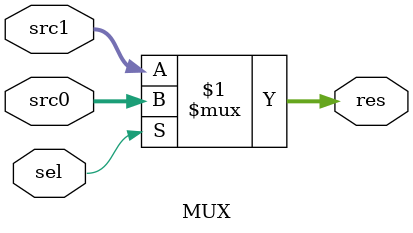
<source format=v>
module MUX #(
    parameter DATA_WIDTH = 32
) (
    input   [DATA_WIDTH-1 : 0]  src0,
    input   [DATA_WIDTH-1 : 0]  src1,
    input                       sel,

    output  [DATA_WIDTH-1 : 0]  res
);

assign res = sel ? src0 : src1;
    
endmodule
</source>
